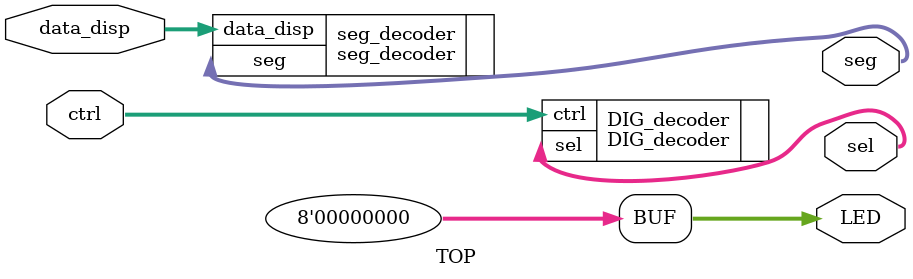
<source format=v>
module TOP(data_disp,ctrl,seg,sel,LED);
    input [3:0] data_disp;
    input [1:0] ctrl;
    output [7:0] seg;
    output [3:0] sel;
    output [7:0]LED;
    assign LED=8'b0;
    DIG_decoder DIG_decoder(
        .ctrl(ctrl),
        .sel(sel)
    );
    seg_decoder seg_decoder(
        .data_disp(data_disp),
        .seg(seg)
    );
endmodule
</source>
